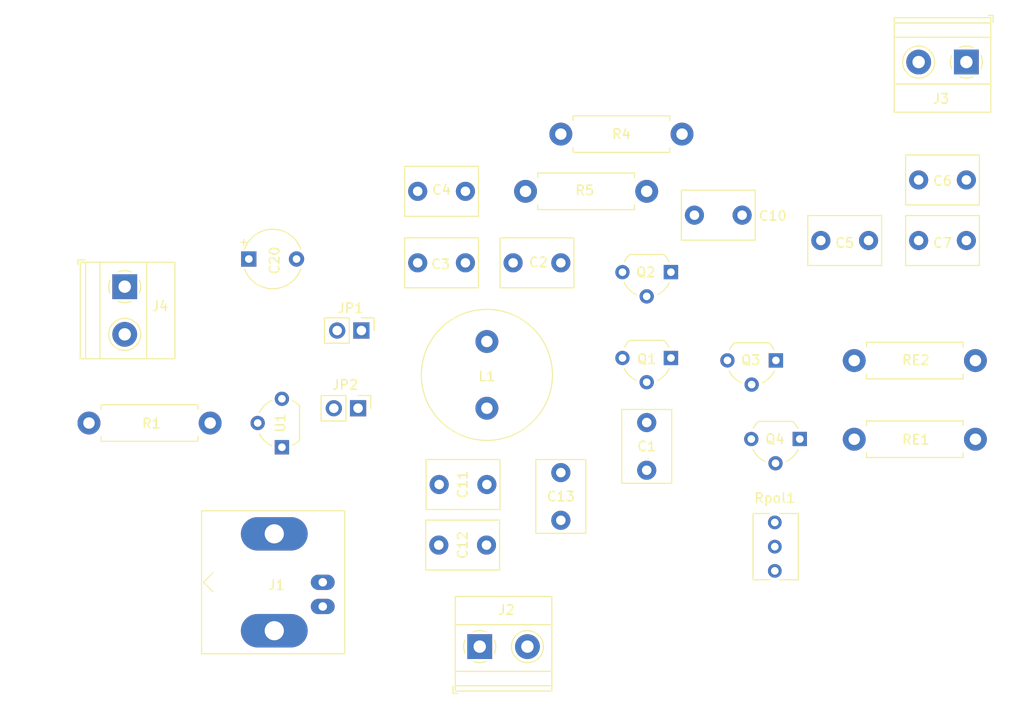
<source format=kicad_pcb>
(kicad_pcb (version 20211014) (generator pcbnew)
  (layers (0 "F.Cu" signal) (31 "B.Cu" signal) (34 "B.Paste" user) (35 "F.Paste" user) (36 "B.SilkS" user "B.Silkscreen") (37 "F.SilkS" user "F.Silkscreen") (38 "B.Mask" user) (39 "F.Mask" user) (44 "Edge.Cuts" user))
  (net 0 "")
  (net 1 "Net-(C1-Pad1)")
  (net 2 "GND")
  (net 3 "Net-(C2-Pad2)")
  (net 4 "Net-(C3-Pad2)")
  (net 5 "Net-(C10-Pad1)")
  (net 6 "-12V")
  (net 7 "+12V")
  (net 8 "Net-(J4-Pad2)")
  (net 9 "Net-(C20-Pad2)")
  (net 10 "Net-(JP2-Pad2)")
  (net 11 "Net-(Q3-Pad1)")
  (net 12 "Net-(Q3-Pad2)")
  (net 13 "Net-(Q4-Pad1)")
  (net 14 "Net-(Q1-Pad1)")
  (net 15 "Net-(R1-Pad1)")
  (footprint "Capacitor_THT:C_Disc_D7.5mm_W5.0mm_P5.00mm" (layer "F.Cu") (at 141.5 91 180)
    (fp_text reference "C3" (at 2.6 -0.15) (layer "F.SilkS"))
    (fp_text value "680p")
    (fp_line (start -1.37 -2.62) (end -1.37 2.62) (layer "F.SilkS") (width 0.12))
    (fp_line (start 6.37 -2.62) (end 6.37 2.62) (layer "F.SilkS") (width 0.12))
    (fp_line (start -1.37 2.62) (end 6.37 2.62) (layer "F.SilkS") (width 0.12))
    (fp_line (start -1.37 -2.62) (end 6.37 -2.62) (layer "F.SilkS") (width 0.12))
    (pad "1" thru_hole circle (at 0 0 180) (size 2 2) (drill 1) (layers *.Cu *.Mask) (net 3 "Net-(C2-Pad2)"))
    (pad "2" thru_hole circle (at 5 0 180) (size 2 2) (drill 1) (layers *.Cu *.Mask) (net 4 "Net-(C3-Pad2)"))
  )
  (footprint "Connector_PinHeader_2.54mm:PinHeader_1x02_P2.54mm_Vertical" (layer "F.Cu") (at 130.25 106.25 -90)
    (fp_text reference "JP2" (at -2.45 1.35) (layer "F.SilkS"))
    (fp_text value "Jumper_2_Open")
    (fp_line (start -1.33 -1.33) (end 0 -1.33) (layer "F.SilkS") (width 0.12))
    (fp_line (start -1.33 0) (end -1.33 -1.33) (layer "F.SilkS") (width 0.12))
    (fp_line (start 1.33 1.27) (end 1.33 3.87) (layer "F.SilkS") (width 0.12))
    (fp_line (start -1.33 1.27) (end -1.33 3.87) (layer "F.SilkS") (width 0.12))
    (fp_line (start -1.33 1.27) (end 1.33 1.27) (layer "F.SilkS") (width 0.12))
    (fp_line (start -1.33 3.87) (end 1.33 3.87) (layer "F.SilkS") (width 0.12))
    (pad "1" thru_hole rect (at 0 0 270) (size 1.7 1.7) (drill 1) (layers *.Cu *.Mask) (net 3 "Net-(C2-Pad2)"))
    (pad "2" thru_hole oval (at 0 2.54 270) (size 1.7 1.7) (drill 1) (layers *.Cu *.Mask) (net 10 "Net-(JP2-Pad2)"))
  )
  (footprint "Capacitor_THT:C_Disc_D7.5mm_W5.0mm_P5.00mm" (layer "F.Cu") (at 194 88.66 180)
    (fp_text reference "C7" (at 2.5 -0.25) (layer "F.SilkS"))
    (fp_text value "0.001u")
    (fp_line (start -1.37 2.62) (end 6.37 2.62) (layer "F.SilkS") (width 0.12))
    (fp_line (start -1.37 -2.62) (end 6.37 -2.62) (layer "F.SilkS") (width 0.12))
    (fp_line (start 6.37 -2.62) (end 6.37 2.62) (layer "F.SilkS") (width 0.12))
    (fp_line (start -1.37 -2.62) (end -1.37 2.62) (layer "F.SilkS") (width 0.12))
    (pad "1" thru_hole circle (at 0 0 180) (size 2 2) (drill 1) (layers *.Cu *.Mask) (net 2 "GND"))
    (pad "2" thru_hole circle (at 5 0 180) (size 2 2) (drill 1) (layers *.Cu *.Mask) (net 6 "-12V"))
  )
  (footprint "Capacitor_THT:C_Disc_D7.5mm_W5.0mm_P5.00mm" (layer "F.Cu") (at 178.75 88.66)
    (fp_text reference "C5" (at 2.5 0.25) (layer "F.SilkS"))
    (fp_text value "0.1u")
    (fp_line (start -1.37 -2.62) (end -1.37 2.62) (layer "F.SilkS") (width 0.12))
    (fp_line (start 6.37 -2.62) (end 6.37 2.62) (layer "F.SilkS") (width 0.12))
    (fp_line (start -1.37 2.62) (end 6.37 2.62) (layer "F.SilkS") (width 0.12))
    (fp_line (start -1.37 -2.62) (end 6.37 -2.62) (layer "F.SilkS") (width 0.12))
    (pad "1" thru_hole circle (at 0 0) (size 2 2) (drill 1) (layers *.Cu *.Mask) (net 2 "GND"))
    (pad "2" thru_hole circle (at 5 0) (size 2 2) (drill 1) (layers *.Cu *.Mask) (net 6 "-12V"))
  )
  (footprint "Capacitor_THT:C_Disc_D7.5mm_W5.0mm_P5.00mm" (layer "F.Cu") (at 151.5 113 -90)
    (fp_text reference "C13" (at 2.5 0) (layer "F.SilkS"))
    (fp_text value "0.001u")
    (fp_line (start -1.37 2.62) (end 6.37 2.62) (layer "F.SilkS") (width 0.12))
    (fp_line (start 6.37 -2.62) (end 6.37 2.62) (layer "F.SilkS") (width 0.12))
    (fp_line (start -1.37 -2.62) (end -1.37 2.62) (layer "F.SilkS") (width 0.12))
    (fp_line (start -1.37 -2.62) (end 6.37 -2.62) (layer "F.SilkS") (width 0.12))
    (pad "1" thru_hole circle (at 0 0 270) (size 2 2) (drill 1) (layers *.Cu *.Mask) (net 7 "+12V"))
    (pad "2" thru_hole circle (at 5 0 270) (size 2 2) (drill 1) (layers *.Cu *.Mask) (net 2 "GND"))
  )
  (footprint "TerminalBlock_Phoenix:TerminalBlock_Phoenix_MKDS-1,5-2_1x02_P5.00mm_Horizontal" (layer "F.Cu") (at 143 131.25)
    (fp_text reference "J2" (at 2.8 -3.85 180) (layer "F.SilkS"))
    (fp_text value "Screw_Terminal_01x02")
    (fp_line (start -2.8 4.16) (end -2.8 4.9) (layer "F.SilkS") (width 0.12))
    (fp_line (start 7.56 -5.261) (end 7.56 4.66) (layer "F.SilkS") (width 0.12))
    (fp_line (start -2.56 -5.261) (end 7.56 -5.261) (layer "F.SilkS") (width 0.12))
    (fp_line (start -2.56 4.66) (end 7.56 4.66) (layer "F.SilkS") (width 0.12))
    (fp_line (start -2.8 4.9) (end -2.3 4.9) (layer "F.SilkS") (width 0.12))
    (fp_line (start 6.275 -1.069) (end 6.228 -1.023) (layer "F.SilkS") (width 0.12))
    (fp_line (start 6.07 -1.275) (end 6.035 -1.239) (layer "F.SilkS") (width 0.12))
    (fp_line (start -2.56 2.6) (end 7.56 2.6) (layer "F.SilkS") (width 0.12))
    (fp_line (start 3.966 1.239) (end 3.931 1.274) (layer "F.SilkS") (width 0.12))
    (fp_line (start -2.56 4.1) (end 7.56 4.1) (layer "F.SilkS") (width 0.12))
    (fp_line (start -2.56 -2.301) (end 7.56 -2.301) (layer "F.SilkS") (width 0.12))
    (fp_line (start 3.773 1.023) (end 3.726 1.069) (layer "F.SilkS") (width 0.12))
    (fp_line (start -2.56 -5.261) (end -2.56 4.66) (layer "F.SilkS") (width 0.12))
    (fp_arc (start -0.683042 -1.535427) (mid 0.000524 -1.680501) (end 0.684 -1.535) (layer "F.SilkS") (width 0.12))
    (fp_arc (start 1.535427 -0.683042) (mid 1.680501 0.000524) (end 1.535 0.684) (layer "F.SilkS") (width 0.12))
    (fp_arc (start 0.028805 1.680253) (mid -0.335551 1.646659) (end -0.684 1.535) (layer "F.SilkS") (width 0.12))
    (fp_arc (start 0.683318 1.534756) (mid 0.349292 1.643288) (end 0 1.68) (layer "F.SilkS") (width 0.12))
    (fp_arc (start -1.535427 0.683042) (mid -1.680501 -0.000524) (end -1.535 -0.684) (layer "F.SilkS") (width 0.12))
    (fp_circle (center 5 0) (end 6.68 0) (layer "F.SilkS") (width 0.12) (fill none))
    (pad "1" thru_hole rect (at 0 0) (size 2.6 2.6) (drill 1.3) (layers *.Cu *.Mask) (net 7 "+12V"))
    (pad "2" thru_hole circle (at 5 0) (size 2.6 2.6) (drill 1.3) (layers *.Cu *.Mask) (net 2 "GND"))
  )
  (footprint "Capacitor_THT:C_Disc_D7.5mm_W5.0mm_P5.00mm" (layer "F.Cu") (at 194 82.31 180)
    (fp_text reference "C6" (at 2.5 -0.1) (layer "F.SilkS"))
    (fp_text value "0.01u")
    (fp_line (start -1.37 -2.62) (end 6.37 -2.62) (layer "F.SilkS") (width 0.12))
    (fp_line (start -1.37 -2.62) (end -1.37 2.62) (layer "F.SilkS") (width 0.12))
    (fp_line (start -1.37 2.62) (end 6.37 2.62) (layer "F.SilkS") (width 0.12))
    (fp_line (start 6.37 -2.62) (end 6.37 2.62) (layer "F.SilkS") (width 0.12))
    (pad "1" thru_hole circle (at 0 0 180) (size 2 2) (drill 1) (layers *.Cu *.Mask) (net 2 "GND"))
    (pad "2" thru_hole circle (at 5 0 180) (size 2 2) (drill 1) (layers *.Cu *.Mask) (net 6 "-12V"))
  )
  (footprint "Capacitor_THT:C_Disc_D7.5mm_W5.0mm_P5.00mm" (layer "F.Cu") (at 151.5 91 180)
    (fp_text reference "C2" (at 2.35 0.05) (layer "F.SilkS"))
    (fp_text value "100p")
    (fp_line (start -1.37 -2.62) (end 6.37 -2.62) (layer "F.SilkS") (width 0.12))
    (fp_line (start -1.37 2.62) (end 6.37 2.62) (layer "F.SilkS") (width 0.12))
    (fp_line (start -1.37 -2.62) (end -1.37 2.62) (layer "F.SilkS") (width 0.12))
    (fp_line (start 6.37 -2.62) (end 6.37 2.62) (layer "F.SilkS") (width 0.12))
    (pad "1" thru_hole circle (at 0 0 180) (size 2 2) (drill 1) (layers *.Cu *.Mask) (net 1 "Net-(C1-Pad1)"))
    (pad "2" thru_hole circle (at 5 0 180) (size 2 2) (drill 1) (layers *.Cu *.Mask) (net 3 "Net-(C2-Pad2)"))
  )
  (footprint "Resistor_THT:R_Axial_DIN0411_L9.9mm_D3.6mm_P12.70mm_Horizontal" (layer "F.Cu") (at 151.5 77.5)
    (fp_text reference "R4" (at 6.35 0) (layer "F.SilkS"))
    (fp_text value "5k")
    (fp_line (start 11.42 -1.92) (end 11.42 -1.44) (layer "F.SilkS") (width 0.12))
    (fp_line (start 1.28 1.92) (end 11.42 1.92) (layer "F.SilkS") (width 0.12))
    (fp_line (start 11.42 1.92) (end 11.42 1.44) (layer "F.SilkS") (width 0.12))
    (fp_line (start 1.28 -1.44) (end 1.28 -1.92) (layer "F.SilkS") (width 0.12))
    (fp_line (start 1.28 -1.92) (end 11.42 -1.92) (layer "F.SilkS") (width 0.12))
    (fp_line (start 1.28 1.44) (end 1.28 1.92) (layer "F.SilkS") (width 0.12))
    (pad "1" thru_hole circle (at 0 0) (size 2.4 2.4) (drill 1.2) (layers *.Cu *.Mask) (net 1 "Net-(C1-Pad1)"))
    (pad "2" thru_hole oval (at 12.7 0) (size 2.4 2.4) (drill 1.2) (layers *.Cu *.Mask) (net 2 "GND"))
  )
  (footprint "TerminalBlock_Phoenix:TerminalBlock_Phoenix_MKDS-1,5-2_1x02_P5.00mm_Horizontal" (layer "F.Cu") (at 194 69.945 180)
    (fp_text reference "J3" (at 2.65 -3.85) (layer "F.SilkS"))
    (fp_text value "Screw_Terminal_01x02")
    (fp_line (start 7.56 -5.261) (end 7.56 4.66) (layer "F.SilkS") (width 0.12))
    (fp_line (start -2.56 4.66) (end 7.56 4.66) (layer "F.SilkS") (width 0.12))
    (fp_line (start 3.773 1.023) (end 3.726 1.069) (layer "F.SilkS") (width 0.12))
    (fp_line (start -2.8 4.9) (end -2.3 4.9) (layer "F.SilkS") (width 0.12))
    (fp_line (start 6.275 -1.069) (end 6.228 -1.023) (layer "F.SilkS") (width 0.12))
    (fp_line (start 3.966 1.239) (end 3.931 1.274) (layer "F.SilkS") (width 0.12))
    (fp_line (start -2.56 4.1) (end 7.56 4.1) (layer "F.SilkS") (width 0.12))
    (fp_line (start 6.07 -1.275) (end 6.035 -1.239) (layer "F.SilkS") (width 0.12))
    (fp_line (start -2.56 2.6) (end 7.56 2.6) (layer "F.SilkS") (width 0.12))
    (fp_line (start -2.56 -5.261) (end -2.56 4.66) (layer "F.SilkS") (width 0.12))
    (fp_line (start -2.8 4.16) (end -2.8 4.9) (layer "F.SilkS") (width 0.12))
    (fp_line (start -2.56 -2.301) (end 7.56 -2.301) (layer "F.SilkS") (width 0.12))
    (fp_line (start -2.56 -5.261) (end 7.56 -5.261) (layer "F.SilkS") (width 0.12))
    (fp_arc (start -0.683042 -1.535427) (mid 0.000524 -1.680501) (end 0.684 -1.535) (layer "F.SilkS") (width 0.12))
    (fp_arc (start 1.535427 -0.683042) (mid 1.680501 0.000524) (end 1.535 0.684) (layer "F.SilkS") (width 0.12))
    (fp_arc (start 0.683318 1.534756) (mid 0.349292 1.643288) (end 0 1.68) (layer "F.SilkS") (width 0.12))
    (fp_arc (start 0.028805 1.680253) (mid -0.335551 1.646659) (end -0.684 1.535) (layer "F.SilkS") (width 0.12))
    (fp_arc (start -1.535427 0.683042) (mid -1.680501 -0.000524) (end -1.535 -0.684) (layer "F.SilkS") (width 0.12))
    (fp_circle (center 5 0) (end 6.68 0) (layer "F.SilkS") (width 0.12) (fill none))
    (pad "1" thru_hole rect (at 0 0 180) (size 2.6 2.6) (drill 1.3) (layers *.Cu *.Mask) (net 2 "GND"))
    (pad "2" thru_hole circle (at 5 0 180) (size 2.6 2.6) (drill 1.3) (layers *.Cu *.Mask) (net 6 "-12V"))
  )
  (footprint "Connector_Coaxial:BNC_Amphenol_B6252HB-NPP3G-50_Horizontal" (layer "F.Cu") (at 126.55 124.5 90)
    (fp_text reference "J1" (at -0.3 -4.85 180) (layer "F.SilkS"))
    (fp_text value "Conn_Coaxial")
    (fp_line (start -7.5 -12.7) (end 7.5 -12.7) (layer "F.SilkS") (width 0.12))
    (fp_line (start -7.5 2.3) (end -7.5 -12.7) (layer "F.SilkS") (width 0.12))
    (fp_line (start 0 -12.5) (end 1 -11.5) (layer "F.SilkS") (width 0.12))
    (fp_line (start 7.5 -12.7) (end 7.5 2.3) (layer "F.SilkS") (width 0.12))
    (fp_line (start 0 -12.5) (end -1 -11.5) (layer "F.SilkS") (width 0.12))
    (fp_line (start 7.5 2.3) (end -7.5 2.3) (layer "F.SilkS") (width 0.12))
    (pad "1" thru_hole oval (at 0 0 90) (size 1.6 2.5) (drill 0.89) (layers *.Cu *.Mask) (net 4 "Net-(C3-Pad2)"))
    (pad "2" thru_hole oval (at 5.08 -5.08 90) (size 3.5 7) (drill 2.01) (layers *.Cu *.Mask) (net 2 "GND"))
    (pad "2" thru_hole oval (at -5.08 -5.08 90) (size 3.5 7) (drill 2.01) (layers *.Cu *.Mask) (net 2 "GND"))
    (pad "2" thru_hole oval (at -2.54 0 90) (size 1.6 2.5) (drill 0.89) (layers *.Cu *.Mask) (net 2 "GND"))
  )
  (footprint "Capacitor_THT:C_Disc_D7.5mm_W5.0mm_P5.00mm" (layer "F.Cu") (at 143.75 114.25 180)
    (fp_text reference "C11" (at 2.54 0 90) (layer "F.SilkS"))
    (fp_text value "0.1u")
    (fp_line (start -1.37 -2.62) (end -1.37 2.62) (layer "F.SilkS") (width 0.12))
    (fp_line (start -1.37 -2.62) (end 6.37 -2.62) (layer "F.SilkS") (width 0.12))
    (fp_line (start -1.37 2.62) (end 6.37 2.62) (layer "F.SilkS") (width 0.12))
    (fp_line (start 6.37 -2.62) (end 6.37 2.62) (layer "F.SilkS") (width 0.12))
    (pad "1" thru_hole circle (at 0 0 180) (size 2 2) (drill 1) (layers *.Cu *.Mask) (net 7 "+12V"))
    (pad "2" thru_hole circle (at 5 0 180) (size 2 2) (drill 1) (layers *.Cu *.Mask) (net 2 "GND"))
  )
  (footprint "Capacitor_THT:C_Disc_D7.5mm_W5.0mm_P5.00mm" (layer "F.Cu") (at 141.5 83.5 180)
    (fp_text reference "C4" (at 2.5 0.15) (layer "F.SilkS"))
    (fp_text value "2.2n")
    (fp_line (start 6.37 -2.62) (end 6.37 2.62) (layer "F.SilkS") (width 0.12))
    (fp_line (start -1.37 -2.62) (end -1.37 2.62) (layer "F.SilkS") (width 0.12))
    (fp_line (start -1.37 2.62) (end 6.37 2.62) (layer "F.SilkS") (width 0.12))
    (fp_line (start -1.37 -2.62) (end 6.37 -2.62) (layer "F.SilkS") (width 0.12))
    (pad "1" thru_hole circle (at 0 0 180) (size 2 2) (drill 1) (layers *.Cu *.Mask) (net 2 "GND"))
    (pad "2" thru_hole circle (at 5 0 180) (size 2 2) (drill 1) (layers *.Cu *.Mask) (net 4 "Net-(C3-Pad2)"))
  )
  (footprint "Package_TO_SOT_THT:TO-92_Wide" (layer "F.Cu") (at 163.04 100.98 180)
    (fp_text reference "Q1" (at 2.54 -0.12) (layer "F.SilkS"))
    (fp_text value "2N3904")
    (fp_line (start 0.74 1.85) (end 4.34 1.85) (layer "F.SilkS") (width 0.12))
    (fp_arc (start 0.172801 -1.103842) (mid 0.678995 -1.832692) (end 1.4 -2.35) (layer "F.SilkS") (width 0.12))
    (fp_arc (start 3.65 -2.35) (mid 4.382279 -1.833196) (end 4.895458 -1.098371) (layer "F.SilkS") (width 0.12))
    (fp_arc (start 4.864184 1.122795) (mid 4.633903 1.509328) (end 4.34 1.85) (layer "F.SilkS") (width 0.12))
    (fp_arc (start 0.74 1.85) (mid 0.446097 1.509328) (end 0.215816 1.122795) (layer "F.SilkS") (width 0.12))
    (pad "1" thru_hole rect (at 0 0 180) (size 1.5 1.5) (drill 0.8) (layers *.Cu *.Mask) (net 14 "Net-(Q1-Pad1)"))
    (pad "2" thru_hole circle (at 2.54 -2.54 180) (size 1.5 1.5) (drill 0.8) (layers *.Cu *.Mask) (net 1 "Net-(C1-Pad1)"))
    (pad "3" thru_hole circle (at 5.08 0 180) (size 1.5 1.5) (drill 0.8) (layers *.Cu *.Mask) (net 7 "+12V"))
  )
  (footprint "Capacitor_THT:C_Disc_D7.5mm_W5.0mm_P5.00mm" (layer "F.Cu") (at 143.71 120.6 180)
    (fp_text reference "C12" (at 2.5 0 90) (layer "F.SilkS"))
    (fp_text value "0.01u")
    (fp_line (start -1.37 -2.62) (end -1.37 2.62) (layer "F.SilkS") (width 0.12))
    (fp_line (start -1.37 2.62) (end 6.37 2.62) (layer "F.SilkS") (width 0.12))
    (fp_line (start -1.37 -2.62) (end 6.37 -2.62) (layer "F.SilkS") (width 0.12))
    (fp_line (start 6.37 -2.62) (end 6.37 2.62) (layer "F.SilkS") (width 0.12))
    (pad "1" thru_hole circle (at 0 0 180) (size 2 2) (drill 1) (layers *.Cu *.Mask) (net 7 "+12V"))
    (pad "2" thru_hole circle (at 5 0 180) (size 2 2) (drill 1) (layers *.Cu *.Mask) (net 2 "GND"))
  )
  (footprint "Capacitor_THT:CP_Radial_Tantal_D6.0mm_P5.00mm" (layer "F.Cu") (at 118.8 90.6)
    (fp_text reference "C20" (at 2.7 0.15 90) (layer "F.SilkS"))
    (fp_text value "100p")
    (fp_line (start -0.539749 -2.055) (end -0.539749 -1.455) (layer "F.SilkS") (width 0.12))
    (fp_line (start -0.839749 -1.755) (end -0.239749 -1.755) (layer "F.SilkS") (width 0.12))
    (fp_arc (start 5.434416 1.06) (mid 2.5 3.12) (end -0.434416 1.06) (layer "F.SilkS") (width 0.12))
    (fp_arc (start -0.434416 -1.06) (mid 2.5 -3.12) (end 5.434416 -1.06) (layer "F.SilkS") (width 0.12))
    (pad "1" thru_hole rect (at 0 0) (size 1.6 1.6) (drill 0.8) (layers *.Cu *.Mask) (net 2 "GND"))
    (pad "2" thru_hole circle (at 5 0) (size 1.6 1.6) (drill 0.8) (layers *.Cu *.Mask) (net 9 "Net-(C20-Pad2)"))
  )
  (footprint "Package_TO_SOT_THT:TO-92_Wide" (layer "F.Cu") (at 176.54 109.48 180)
    (fp_text reference "Q4" (at 2.6 0) (layer "F.SilkS"))
    (fp_text value "2N3904")
    (fp_line (start 0.74 1.85) (end 4.34 1.85) (layer "F.SilkS") (width 0.12))
    (fp_arc (start 0.172801 -1.103842) (mid 0.678995 -1.832692) (end 1.4 -2.35) (layer "F.SilkS") (width 0.12))
    (fp_arc (start 4.864184 1.122795) (mid 4.633903 1.509328) (end 4.34 1.85) (layer "F.SilkS") (width 0.12))
    (fp_arc (start 0.74 1.85) (mid 0.446097 1.509328) (end 0.215816 1.122795) (layer "F.SilkS") (width 0.12))
    (fp_arc (start 3.65 -2.35) (mid 4.382279 -1.833196) (end 4.895458 -1.098371) (layer "F.SilkS") (width 0.12))
    (pad "1" thru_hole rect (at 0 0 180) (size 1.5 1.5) (drill 0.8) (layers *.Cu *.Mask) (net 13 "Net-(Q4-Pad1)"))
    (pad "2" thru_hole circle (at 2.54 -2.54 180) (size 1.5 1.5) (drill 0.8) (layers *.Cu *.Mask) (net 12 "Net-(Q3-Pad2)"))
    (pad "3" thru_hole circle (at 5.08 0 180) (size 1.5 1.5) (drill 0.8) (layers *.Cu *.Mask) (net 12 "Net-(Q3-Pad2)"))
  )
  (footprint "Capacitor_THT:C_Disc_D7.5mm_W5.0mm_P5.00mm" (layer "F.Cu") (at 160.5 107.75 -90)
    (fp_text reference "C1" (at 2.5 0 180) (layer "F.SilkS"))
    (fp_text value "100p")
    (fp_line (start 6.37 -2.62) (end 6.37 2.62) (layer "F.SilkS") (width 0.12))
    (fp_line (start -1.37 -2.62) (end 6.37 -2.62) (layer "F.SilkS") (width 0.12))
    (fp_line (start -1.37 2.62) (end 6.37 2.62) (layer "F.SilkS") (width 0.12))
    (fp_line (start -1.37 -2.62) (end -1.37 2.62) (layer "F.SilkS") (width 0.12))
    (pad "1" thru_hole circle (at 0 0 270) (size 2 2) (drill 1) (layers *.Cu *.Mask) (net 1 "Net-(C1-Pad1)"))
    (pad "2" thru_hole circle (at 5 0 270) (size 2 2) (drill 1) (layers *.Cu *.Mask) (net 2 "GND"))
  )
  (footprint "Resistor_THT:R_Axial_DIN0411_L9.9mm_D3.6mm_P12.70mm_Horizontal" (layer "F.Cu") (at 114.75 107.8 180)
    (fp_text reference "R1" (at 6.15 -0.05) (layer "F.SilkS"))
    (fp_text value "50k")
    (fp_line (start 11.42 1.92) (end 11.42 1.44) (layer "F.SilkS") (width 0.12))
    (fp_line (start 1.28 -1.44) (end 1.28 -1.92) (layer "F.SilkS") (width 0.12))
    (fp_line (start 1.28 -1.92) (end 11.42 -1.92) (layer "F.SilkS") (width 0.12))
    (fp_line (start 1.28 1.92) (end 11.42 1.92) (layer "F.SilkS") (width 0.12))
    (fp_line (start 11.42 -1.92) (end 11.42 -1.44) (layer "F.SilkS") (width 0.12))
    (fp_line (start 1.28 1.44) (end 1.28 1.92) (layer "F.SilkS") (width 0.12))
    (pad "1" thru_hole circle (at 0 0 180) (size 2.4 2.4) (drill 1.2) (layers *.Cu *.Mask) (net 15 "Net-(R1-Pad1)"))
    (pad "2" thru_hole oval (at 12.7 0 180) (size 2.4 2.4) (drill 1.2) (layers *.Cu *.Mask) (net 8 "Net-(J4-Pad2)"))
  )
  (footprint "Connector_PinHeader_2.54mm:PinHeader_1x02_P2.54mm_Vertical" (layer "F.Cu") (at 130.6 98.1 -90)
    (fp_text reference "JP1" (at -2.35 1.15 180) (layer "F.SilkS"))
    (fp_text value "Jumper_2_Open")
    (fp_line (start -1.33 1.27) (end -1.33 3.87) (layer "F.SilkS") (width 0.12))
    (fp_line (start -1.33 3.87) (end 1.33 3.87) (layer "F.SilkS") (width 0.12))
    (fp_line (start -1.33 1.27) (end 1.33 1.27) (layer "F.SilkS") (width 0.12))
    (fp_line (start -1.33 -1.33) (end 0 -1.33) (layer "F.SilkS") (width 0.12))
    (fp_line (start -1.33 0) (end -1.33 -1.33) (layer "F.SilkS") (width 0.12))
    (fp_line (start 1.33 1.27) (end 1.33 3.87) (layer "F.SilkS") (width 0.12))
    (pad "1" thru_hole rect (at 0 0 270) (size 1.7 1.7) (drill 1) (layers *.Cu *.Mask) (net 3 "Net-(C2-Pad2)"))
    (pad "2" thru_hole oval (at 0 2.54 270) (size 1.7 1.7) (drill 1) (layers *.Cu *.Mask) (net 9 "Net-(C20-Pad2)"))
  )
  (footprint "Resistor_THT:R_Axial_DIN0411_L9.9mm_D3.6mm_P12.70mm_Horizontal" (layer "F.Cu") (at 182.25 109.5)
    (fp_text reference "RE1" (at 6.45 0.035) (layer "F.SilkS"))
    (fp_text value "560")
    (fp_line (start 1.28 1.92) (end 11.42 1.92) (layer "F.SilkS") (width 0.12))
    (fp_line (start 1.28 -1.92) (end 11.42 -1.92) (layer "F.SilkS") (width 0.12))
    (fp_line (start 1.28 -1.44) (end 1.28 -1.92) (layer "F.SilkS") (width 0.12))
    (fp_line (start 11.42 -1.92) (end 11.42 -1.44) (layer "F.SilkS") (width 0.12))
    (fp_line (start 1.28 1.44) (end 1.28 1.92) (layer "F.SilkS") (width 0.12))
    (fp_line (start 11.42 1.92) (end 11.42 1.44) (layer "F.SilkS") (width 0.12))
    (pad "1" thru_hole circle (at 0 0) (size 2.4 2.4) (drill 1.2) (layers *.Cu *.Mask) (net 13 "Net-(Q4-Pad1)"))
    (pad "2" thru_hole oval (at 12.7 0) (size 2.4 2.4) (drill 1.2) (layers *.Cu *.Mask) (net 6 "-12V"))
  )
  (footprint "Package_TO_SOT_THT:TO-92_Wide" (layer "F.Cu") (at 122.27 110.34 90)
    (fp_text reference "U1" (at 2.55 -0.17 90) (layer "F.SilkS"))
    (fp_text value "BB204")
    (fp_line (start 0.74 1.85) (end 4.34 1.85) (layer "F.SilkS") (width 0.12))
    (fp_arc (start 3.65 -2.35) (mid 4.382279 -1.833196) (end 4.895458 -1.098371) (layer "F.SilkS") (width 0.12))
    (fp_arc (start 0.74 1.85) (mid 0.446097 1.509328) (end 0.215816 1.122795) (layer "F.SilkS") (width 0.12))
    (fp_arc (start 4.864184 1.122795) (mid 4.633903 1.509328) (end 4.34 1.85) (layer "F.SilkS") (width 0.12))
    (fp_arc (start 0.172801 -1.103842) (mid 0.678995 -1.832692) (end 1.4 -2.35) (layer "F.SilkS") (width 0.12))
    (pad "1" thru_hole rect (at 0 0 90) (size 1.5 1.5) (drill 0.8) (layers *.Cu *.Mask) (net 10 "Net-(JP2-Pad2)"))
    (pad "2" thru_hole circle (at 2.54 -2.54 90) (size 1.5 1.5) (drill 0.8) (layers *.Cu *.Mask) (net 15 "Net-(R1-Pad1)"))
    (pad "3" thru_hole circle (at 5.08 0 90) (size 1.5 1.5) (drill 0.8) (layers *.Cu *.Mask) (net 2 "GND"))
  )
  (footprint "Resistor_THT:R_Axial_DIN0411_L9.9mm_D3.6mm_P12.70mm_Horizontal" (layer "F.Cu") (at 182.25 101.25)
    (fp_text reference "RE2" (at 6.45 -0.05) (layer "F.SilkS"))
    (fp_text value "560")
    (fp_line (start 1.28 1.92) (end 11.42 1.92) (layer "F.SilkS") (width 0.12))
    (fp_line (start 11.42 -1.92) (end 11.42 -1.44) (layer "F.SilkS") (width 0.12))
    (fp_line (start 1.28 -1.92) (end 11.42 -1.92) (layer "F.SilkS") (width 0.12))
    (fp_line (start 1.28 1.44) (end 1.28 1.92) (layer "F.SilkS") (width 0.12))
    (fp_line (start 11.42 1.92) (end 11.42 1.44) (layer "F.SilkS") (width 0.12))
    (fp_line (start 1.28 -1.44) (end 1.28 -1.92) (layer "F.SilkS") (width 0.12))
    (pad "1" thru_hole circle (at 0 0) (size 2.4 2.4) (drill 1.2) (layers *.Cu *.Mask) (net 11 "Net-(Q3-Pad1)"))
    (pad "2" thru_hole oval (at 12.7 0) (size 2.4 2.4) (drill 1.2) (layers *.Cu *.Mask) (net 6 "-12V"))
  )
  (footprint "Inductor_THT:L_Radial_D13.5mm_P7.00mm_Fastron_09HCP" (layer "F.Cu") (at 143.75 106.25 90)
    (fp_text reference "L1" (at 3.35 0 180) (layer "F.SilkS"))
    (fp_text value "300n")
    (fp_circle (center 3.5 0) (end 10.37 0) (layer "F.SilkS") (width 0.12) (fill none))
    (pad "1" thru_hole circle (at 0 0 90) (size 2.4 2.4) (drill 1.2) (layers *.Cu *.Mask) (net 7 "+12V"))
    (pad "2" thru_hole circle (at 7 0 90) (size 2.4 2.4) (drill 1.2) (layers *.Cu *.Mask) (net 3 "Net-(C2-Pad2)"))
  )
  (footprint "Package_TO_SOT_THT:TO-92_Wide" (layer "F.Cu") (at 163.04 91.98 180)
    (fp_text reference "Q2" (at 2.64 -0.02) (layer "F.SilkS"))
    (fp_text value "2N3904")
    (fp_line (start 0.74 1.85) (end 4.34 1.85) (layer "F.SilkS") (width 0.12))
    (fp_arc (start 4.864184 1.122795) (mid 4.633903 1.509328) (end 4.34 1.85) (layer "F.SilkS") (width 0.12))
    (fp_arc (start 0.172801 -1.103842) (mid 0.678995 -1.832692) (end 1.4 -2.35) (layer "F.SilkS") (width 0.12))
    (fp_arc (start 0.74 1.85) (mid 0.446097 1.509328) (end 0.215816 1.122795) (layer "F.SilkS") (width 0.12))
    (fp_arc (start 3.65 -2.35) (mid 4.382279 -1.833196) (end 4.895458 -1.098371) (layer "F.SilkS") (width 0.12))
    (pad "1" thru_hole rect (at 0 0 180) (size 1.5 1.5) (drill 0.8) (layers *.Cu *.Mask) (net 14 "Net-(Q1-Pad1)"))
    (pad "2" thru_hole circle (at 2.54 -2.54 180) (size 1.5 1.5) (drill 0.8) (layers *.Cu *.Mask) (net 5 "Net-(C10-Pad1)"))
    (pad "3" thru_hole circle (at 5.08 0 180) (size 1.5 1.5) (drill 0.8) (layers *.Cu *.Mask) (net 3 "Net-(C2-Pad2)"))
  )
  (footprint "Potentiometer_THT:Potentiometer_Bourns_3266Y_Vertical" (layer "F.Cu") (at 173.925 118.225 90)
    (fp_text reference "Rpol1" (at 2.555 0) (layer "F.SilkS"))
    (fp_text value "1k")
    (fp_line (start -6.015 -2.28) (end 0.935 -2.28) (layer "F.SilkS") (width 0.12))
    (fp_line (start 0.935 -2.28) (end 0.935 -0.494) (layer "F.SilkS") (width 0.12))
    (fp_line (start -6.015 0.496) (end -6.015 2.46) (layer "F.SilkS") (width 0.12))
    (fp_line (start -6.015 -2.28) (end -6.015 -0.494) (layer "F.SilkS") (width 0.12))
    (fp_line (start 0.935 0.496) (end 0.935 2.46) (layer "F.SilkS") (width 0.12))
    (fp_line (start -6.015 2.46) (end 0.935 2.46) (layer "F.SilkS") (width 0.12))
    (pad "1" thru_hole circle (at 0 0 90) (size 1.44 1.44) (drill 0.8) (layers *.Cu *.Mask) (net 12 "Net-(Q3-Pad2)"))
    (pad "2" thru_hole circle (at -2.54 0 90) (size 1.44 1.44) (drill 0.8) (layers *.Cu *.Mask) (net 2 "GND"))
    (pad "3" thru_hole circle (at -5.08 0 90) (size 1.44 1.44) (drill 0.8) (layers *.Cu *.Mask) (net 2 "GND"))
  )
  (footprint "Package_TO_SOT_THT:TO-92_Wide" (layer "F.Cu") (at 174.04 101.23 180)
    (fp_text reference "Q3" (at 2.64 0.03) (layer "F.SilkS"))
    (fp_text value "2N3904")
    (fp_line (start 0.74 1.85) (end 4.34 1.85) (layer "F.SilkS") (width 0.12))
    (fp_arc (start 0.172801 -1.103842) (mid 0.678995 -1.832692) (end 1.4 -2.35) (layer "F.SilkS") (width 0.12))
    (fp_arc (start 0.74 1.85) (mid 0.446097 1.509328) (end 0.215816 1.122795) (layer "F.SilkS") (width 0.12))
    (fp_arc (start 3.65 -2.35) (mid 4.382279 -1.833196) (end 4.895458 -1.098371) (layer "F.SilkS") (width 0.12))
    (fp_arc (start 4.864184 1.122795) (mid 4.633903 1.509328) (end 4.34 1.85) (layer "F.SilkS") (width 0.12))
    (pad "1" thru_hole rect (at 0 0 180) (size 1.5 1.5) (drill 0.8) (layers *.Cu *.Mask) (net 11 "Net-(Q3-Pad1)"))
    (pad "2" thru_hole circle (at 2.54 -2.54 180) (size 1.5 1.5) (drill 0.8) (layers *.Cu *.Mask) (net 12 "Net-(Q3-Pad2)"))
    (pad "3" thru_hole circle (at 5.08 0 180) (size 1.5 1.5) (drill 0.8) (layers *.Cu *.Mask) (net 14 "Net-(Q1-Pad1)"))
  )
  (footprint "Capacitor_THT:C_Disc_D7.5mm_W5.0mm_P5.00mm" (layer "F.Cu") (at 165.5 86)
    (fp_text reference "C10" (at 8.215 0.065) (layer "F.SilkS"))
    (fp_text value "10n")
    (fp_line (start -1.37 -2.62) (end -1.37 2.62) (layer "F.SilkS") (width 0.12))
    (fp_line (start 6.37 -2.62) (end 6.37 2.62) (layer "F.SilkS") (width 0.12))
    (fp_line (start -1.37 -2.62) (end 6.37 -2.62) (layer "F.SilkS") (width 0.12))
    (fp_line (start -1.37 2.62) (end 6.37 2.62) (layer "F.SilkS") (width 0.12))
    (pad "1" thru_hole circle (at 0 0) (size 2 2) (drill 1) (layers *.Cu *.Mask) (net 5 "Net-(C10-Pad1)"))
    (pad "2" thru_hole circle (at 5 0) (size 2 2) (drill 1) (layers *.Cu *.Mask) (net 2 "GND"))
  )
  (footprint "Resistor_THT:R_Axial_DIN0411_L9.9mm_D3.6mm_P12.70mm_Horizontal" (layer "F.Cu") (at 160.5 83.5 180)
    (fp_text reference "R5" (at 6.5 0.1) (layer "F.SilkS"))
    (fp_text value "5k")
    (fp_line (start 1.28 1.44) (end 1.28 1.92) (layer "F.SilkS") (width 0.12))
    (fp_line (start 1.28 -1.92) (end 11.42 -1.92) (layer "F.SilkS") (width 0.12))
    (fp_line (start 11.42 -1.92) (end 11.42 -1.44) (layer "F.SilkS") (width 0.12))
    (fp_line (start 1.28 -1.44) (end 1.28 -1.92) (layer "F.SilkS") (width 0.12))
    (fp_line (start 11.42 1.92) (end 11.42 1.44) (layer "F.SilkS") (width 0.12))
    (fp_line (start 1.28 1.92) (end 11.42 1.92) (layer "F.SilkS") (width 0.12))
    (pad "1" thru_hole circle (at 0 0 180) (size 2.4 2.4) (drill 1.2) (layers *.Cu *.Mask) (net 5 "Net-(C10-Pad1)"))
    (pad "2" thru_hole oval (at 12.7 0 180) (size 2.4 2.4) (drill 1.2) (layers *.Cu *.Mask) (net 2 "GND"))
  )
  (footprint "TerminalBlock_Phoenix:TerminalBlock_Phoenix_MKDS-1,5-2_1x02_P5.00mm_Horizontal" (layer "F.Cu") (at 105.795 93.5 -90)
    (fp_text reference "J4" (at 2.05 -3.705 180) (layer "F.SilkS"))
    (fp_text value "Screw_Terminal_01x02")
    (fp_line (start -2.56 2.6) (end 7.56 2.6) (layer "F.SilkS") (width 0.12))
    (fp_line (start 6.275 -1.069) (end 6.228 -1.023) (layer "F.SilkS") (width 0.12))
    (fp_line (start -2.8 4.9) (end -2.3 4.9) (layer "F.SilkS") (width 0.12))
    (fp_line (start -2.56 -5.261) (end 7.56 -5.261) (layer "F.SilkS") (width 0.12))
    (fp_line (start 7.56 -5.261) (end 7.56 4.66) (layer "F.SilkS") (width 0.12))
    (fp_line (start -2.56 4.1) (end 7.56 4.1) (layer "F.SilkS") (width 0.12))
    (fp_line (start 6.07 -1.275) (end 6.035 -1.239) (layer "F.SilkS") (width 0.12))
    (fp_line (start 3.966 1.239) (end 3.931 1.274) (layer "F.SilkS") (width 0.12))
    (fp_line (start -2.56 4.66) (end 7.56 4.66) (layer "F.SilkS") (width 0.12))
    (fp_line (start -2.56 -2.301) (end 7.56 -2.301) (layer "F.SilkS") (width 0.12))
    (fp_line (start -2.8 4.16) (end -2.8 4.9) (layer "F.SilkS") (width 0.12))
    (fp_line (start 3.773 1.023) (end 3.726 1.069) (layer "F.SilkS") (width 0.12))
    (fp_line (start -2.56 -5.261) (end -2.56 4.66) (layer "F.SilkS") (width 0.12))
    (fp_arc (start 0.683318 1.534756) (mid 0.349292 1.643288) (end 0 1.68) (layer "F.SilkS") (width 0.12))
    (fp_arc (start -1.535427 0.683042) (mid -1.680501 -0.000524) (end -1.535 -0.684) (layer "F.SilkS") (width 0.12))
    (fp_arc (start 0.028805 1.680253) (mid -0.335551 1.646659) (end -0.684 1.535) (layer "F.SilkS") (width 0.12))
    (fp_arc (start -0.683042 -1.535427) (mid 0.000524 -1.680501) (end 0.684 -1.535) (layer "F.SilkS") (width 0.12))
    (fp_arc (start 1.535427 -0.683042) (mid 1.680501 0.000524) (end 1.535 0.684) (layer "F.SilkS") (width 0.12))
    (fp_circle (center 5 0) (end 6.68 0) (layer "F.SilkS") (width 0.12) (fill none))
    (pad "1" thru_hole rect (at 0 0 270) (size 2.6 2.6) (drill 1.3) (layers *.Cu *.Mask) (net 2 "GND"))
    (pad "2" thru_hole circle (at 5 0 270) (size 2.6 2.6) (drill 1.3) (layers *.Cu *.Mask) (net 8 "Net-(J4-Pad2)"))
  )
)
</source>
